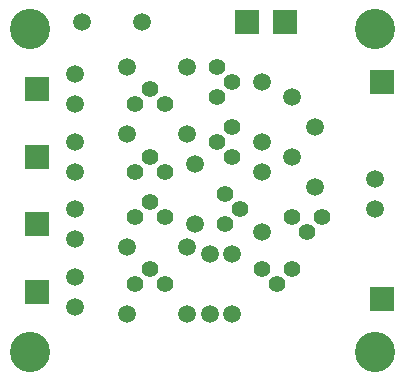
<source format=gbs>
G75*
G70*
%OFA0B0*%
%FSLAX24Y24*%
%IPPOS*%
%LPD*%
%AMOC8*
5,1,8,0,0,1.08239X$1,22.5*
%
%ADD10C,0.0595*%
%ADD11R,0.0789X0.0789*%
%ADD12C,0.0556*%
%ADD13C,0.1340*%
D10*
X002850Y004660D03*
X002850Y005660D03*
X002850Y006910D03*
X002850Y007910D03*
X002850Y009160D03*
X002850Y010160D03*
X002850Y011410D03*
X002850Y012410D03*
X003100Y014160D03*
X004600Y012660D03*
X005100Y014160D03*
X006600Y012660D03*
X006600Y010410D03*
X006850Y009410D03*
X006850Y007410D03*
X006600Y006660D03*
X007350Y006410D03*
X008100Y006410D03*
X009100Y007160D03*
X010850Y008660D03*
X010100Y009660D03*
X010850Y010660D03*
X010100Y011660D03*
X009100Y012160D03*
X009100Y010160D03*
X009100Y009160D03*
X012850Y008910D03*
X012850Y007910D03*
X008100Y004410D03*
X007350Y004410D03*
X006600Y004410D03*
X004600Y004410D03*
X004600Y006660D03*
X004600Y010410D03*
D11*
X001600Y009660D03*
X001600Y007410D03*
X001600Y005160D03*
X001600Y011910D03*
X008600Y014160D03*
X009850Y014160D03*
X013100Y012160D03*
X013100Y004910D03*
D12*
X010600Y007160D03*
X010100Y007660D03*
X011100Y007660D03*
X010100Y005910D03*
X009600Y005410D03*
X009100Y005910D03*
X007850Y007410D03*
X008350Y007910D03*
X007850Y008410D03*
X008100Y009660D03*
X007600Y010160D03*
X008100Y010660D03*
X007600Y011660D03*
X008100Y012160D03*
X007600Y012660D03*
X005850Y011410D03*
X005350Y011910D03*
X004850Y011410D03*
X005350Y009660D03*
X004850Y009160D03*
X005850Y009160D03*
X005350Y008160D03*
X004850Y007660D03*
X005850Y007660D03*
X005350Y005910D03*
X004850Y005410D03*
X005850Y005410D03*
D13*
X001350Y003160D03*
X001350Y013910D03*
X012850Y013910D03*
X012850Y003160D03*
M02*

</source>
